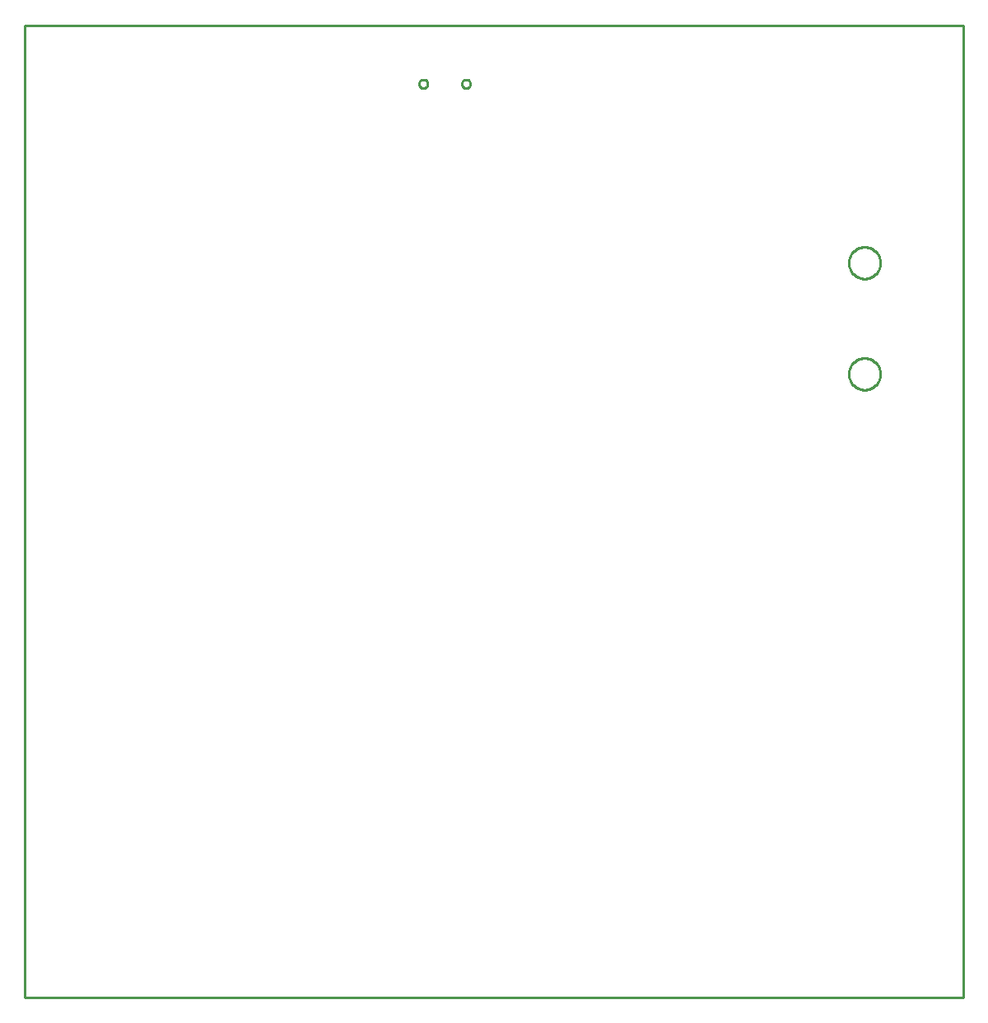
<source format=gbr>
G04 EAGLE Gerber RS-274X export*
G75*
%MOMM*%
%FSLAX34Y34*%
%LPD*%
%IN*%
%IPPOS*%
%AMOC8*
5,1,8,0,0,1.08239X$1,22.5*%
G01*
%ADD10C,0.254000*%


D10*
X0Y0D02*
X965000Y0D01*
X965000Y1000000D01*
X0Y1000000D01*
X0Y0D01*
X863068Y739400D02*
X862006Y739470D01*
X860952Y739608D01*
X859908Y739816D01*
X858880Y740091D01*
X857873Y740433D01*
X856890Y740841D01*
X855936Y741311D01*
X855014Y741843D01*
X854130Y742434D01*
X853286Y743082D01*
X852486Y743783D01*
X851733Y744536D01*
X851032Y745336D01*
X850384Y746180D01*
X849793Y747064D01*
X849261Y747986D01*
X848791Y748940D01*
X848383Y749923D01*
X848041Y750930D01*
X847766Y751958D01*
X847558Y753002D01*
X847420Y754056D01*
X847350Y755118D01*
X847350Y756182D01*
X847420Y757244D01*
X847558Y758298D01*
X847766Y759342D01*
X848041Y760370D01*
X848383Y761377D01*
X848791Y762360D01*
X849261Y763314D01*
X849793Y764236D01*
X850384Y765120D01*
X851032Y765964D01*
X851733Y766764D01*
X852486Y767517D01*
X853286Y768218D01*
X854130Y768866D01*
X855014Y769457D01*
X855936Y769989D01*
X856890Y770459D01*
X857873Y770867D01*
X858880Y771209D01*
X859908Y771484D01*
X860952Y771692D01*
X862006Y771830D01*
X863068Y771900D01*
X864132Y771900D01*
X865194Y771830D01*
X866248Y771692D01*
X867292Y771484D01*
X868320Y771209D01*
X869327Y770867D01*
X870310Y770459D01*
X871264Y769989D01*
X872186Y769457D01*
X873070Y768866D01*
X873914Y768218D01*
X874714Y767517D01*
X875467Y766764D01*
X876168Y765964D01*
X876816Y765120D01*
X877407Y764236D01*
X877939Y763314D01*
X878409Y762360D01*
X878817Y761377D01*
X879159Y760370D01*
X879434Y759342D01*
X879642Y758298D01*
X879780Y757244D01*
X879850Y756182D01*
X879850Y755118D01*
X879780Y754056D01*
X879642Y753002D01*
X879434Y751958D01*
X879159Y750930D01*
X878817Y749923D01*
X878409Y748940D01*
X877939Y747986D01*
X877407Y747064D01*
X876816Y746180D01*
X876168Y745336D01*
X875467Y744536D01*
X874714Y743783D01*
X873914Y743082D01*
X873070Y742434D01*
X872186Y741843D01*
X871264Y741311D01*
X870310Y740841D01*
X869327Y740433D01*
X868320Y740091D01*
X867292Y739816D01*
X866248Y739608D01*
X865194Y739470D01*
X864132Y739400D01*
X863068Y739400D01*
X863068Y625100D02*
X862006Y625170D01*
X860952Y625308D01*
X859908Y625516D01*
X858880Y625791D01*
X857873Y626133D01*
X856890Y626541D01*
X855936Y627011D01*
X855014Y627543D01*
X854130Y628134D01*
X853286Y628782D01*
X852486Y629483D01*
X851733Y630236D01*
X851032Y631036D01*
X850384Y631880D01*
X849793Y632764D01*
X849261Y633686D01*
X848791Y634640D01*
X848383Y635623D01*
X848041Y636630D01*
X847766Y637658D01*
X847558Y638702D01*
X847420Y639756D01*
X847350Y640818D01*
X847350Y641882D01*
X847420Y642944D01*
X847558Y643998D01*
X847766Y645042D01*
X848041Y646070D01*
X848383Y647077D01*
X848791Y648060D01*
X849261Y649014D01*
X849793Y649936D01*
X850384Y650820D01*
X851032Y651664D01*
X851733Y652464D01*
X852486Y653217D01*
X853286Y653918D01*
X854130Y654566D01*
X855014Y655157D01*
X855936Y655689D01*
X856890Y656159D01*
X857873Y656567D01*
X858880Y656909D01*
X859908Y657184D01*
X860952Y657392D01*
X862006Y657530D01*
X863068Y657600D01*
X864132Y657600D01*
X865194Y657530D01*
X866248Y657392D01*
X867292Y657184D01*
X868320Y656909D01*
X869327Y656567D01*
X870310Y656159D01*
X871264Y655689D01*
X872186Y655157D01*
X873070Y654566D01*
X873914Y653918D01*
X874714Y653217D01*
X875467Y652464D01*
X876168Y651664D01*
X876816Y650820D01*
X877407Y649936D01*
X877939Y649014D01*
X878409Y648060D01*
X878817Y647077D01*
X879159Y646070D01*
X879434Y645042D01*
X879642Y643998D01*
X879780Y642944D01*
X879850Y641882D01*
X879850Y640818D01*
X879780Y639756D01*
X879642Y638702D01*
X879434Y637658D01*
X879159Y636630D01*
X878817Y635623D01*
X878409Y634640D01*
X877939Y633686D01*
X877407Y632764D01*
X876816Y631880D01*
X876168Y631036D01*
X875467Y630236D01*
X874714Y629483D01*
X873914Y628782D01*
X873070Y628134D01*
X872186Y627543D01*
X871264Y627011D01*
X870310Y626541D01*
X869327Y626133D01*
X868320Y625791D01*
X867292Y625516D01*
X866248Y625308D01*
X865194Y625170D01*
X864132Y625100D01*
X863068Y625100D01*
X453505Y935300D02*
X452920Y935377D01*
X452350Y935530D01*
X451805Y935755D01*
X451295Y936050D01*
X450827Y936409D01*
X450409Y936827D01*
X450050Y937295D01*
X449755Y937805D01*
X449530Y938350D01*
X449377Y938920D01*
X449300Y939505D01*
X449300Y940095D01*
X449377Y940680D01*
X449530Y941250D01*
X449755Y941795D01*
X450050Y942305D01*
X450409Y942773D01*
X450827Y943191D01*
X451295Y943550D01*
X451805Y943845D01*
X452350Y944070D01*
X452920Y944223D01*
X453505Y944300D01*
X454095Y944300D01*
X454680Y944223D01*
X455250Y944070D01*
X455795Y943845D01*
X456305Y943550D01*
X456773Y943191D01*
X457191Y942773D01*
X457550Y942305D01*
X457845Y941795D01*
X458070Y941250D01*
X458223Y940680D01*
X458300Y940095D01*
X458300Y939505D01*
X458223Y938920D01*
X458070Y938350D01*
X457845Y937805D01*
X457550Y937295D01*
X457191Y936827D01*
X456773Y936409D01*
X456305Y936050D01*
X455795Y935755D01*
X455250Y935530D01*
X454680Y935377D01*
X454095Y935300D01*
X453505Y935300D01*
X409505Y935300D02*
X408920Y935377D01*
X408350Y935530D01*
X407805Y935755D01*
X407295Y936050D01*
X406827Y936409D01*
X406409Y936827D01*
X406050Y937295D01*
X405755Y937805D01*
X405530Y938350D01*
X405377Y938920D01*
X405300Y939505D01*
X405300Y940095D01*
X405377Y940680D01*
X405530Y941250D01*
X405755Y941795D01*
X406050Y942305D01*
X406409Y942773D01*
X406827Y943191D01*
X407295Y943550D01*
X407805Y943845D01*
X408350Y944070D01*
X408920Y944223D01*
X409505Y944300D01*
X410095Y944300D01*
X410680Y944223D01*
X411250Y944070D01*
X411795Y943845D01*
X412305Y943550D01*
X412773Y943191D01*
X413191Y942773D01*
X413550Y942305D01*
X413845Y941795D01*
X414070Y941250D01*
X414223Y940680D01*
X414300Y940095D01*
X414300Y939505D01*
X414223Y938920D01*
X414070Y938350D01*
X413845Y937805D01*
X413550Y937295D01*
X413191Y936827D01*
X412773Y936409D01*
X412305Y936050D01*
X411795Y935755D01*
X411250Y935530D01*
X410680Y935377D01*
X410095Y935300D01*
X409505Y935300D01*
M02*

</source>
